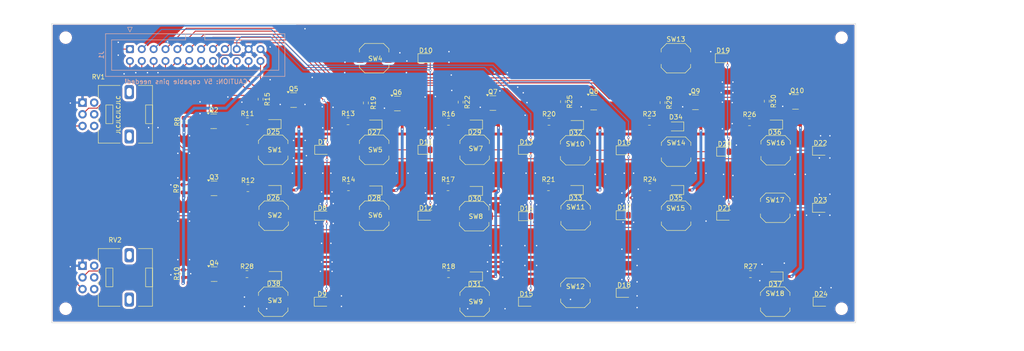
<source format=kicad_pcb>
(kicad_pcb
	(version 20240108)
	(generator "pcbnew")
	(generator_version "8.0")
	(general
		(thickness 1.6)
		(legacy_teardrops no)
	)
	(paper "A4")
	(layers
		(0 "F.Cu" signal)
		(31 "B.Cu" signal)
		(34 "B.Paste" user)
		(35 "F.Paste" user)
		(36 "B.SilkS" user "B.Silkscreen")
		(37 "F.SilkS" user "F.Silkscreen")
		(38 "B.Mask" user)
		(39 "F.Mask" user)
		(44 "Edge.Cuts" user)
		(45 "Margin" user)
		(46 "B.CrtYd" user "B.Courtyard")
		(47 "F.CrtYd" user "F.Courtyard")
		(48 "B.Fab" user)
		(49 "F.Fab" user)
	)
	(setup
		(stackup
			(layer "F.SilkS"
				(type "Top Silk Screen")
				(color "White")
			)
			(layer "F.Paste"
				(type "Top Solder Paste")
			)
			(layer "F.Mask"
				(type "Top Solder Mask")
				(color "Black")
				(thickness 0.01)
			)
			(layer "F.Cu"
				(type "copper")
				(thickness 0.035)
			)
			(layer "dielectric 1"
				(type "core")
				(thickness 1.51)
				(material "FR4")
				(epsilon_r 4.5)
				(loss_tangent 0.02)
			)
			(layer "B.Cu"
				(type "copper")
				(thickness 0.035)
			)
			(layer "B.Mask"
				(type "Bottom Solder Mask")
				(color "Black")
				(thickness 0.01)
			)
			(layer "B.Paste"
				(type "Bottom Solder Paste")
			)
			(layer "B.SilkS"
				(type "Bottom Silk Screen")
				(color "White")
			)
			(copper_finish "None")
			(dielectric_constraints yes)
		)
		(pad_to_mask_clearance 0)
		(allow_soldermask_bridges_in_footprints no)
		(aux_axis_origin 62.5 134)
		(grid_origin 62.5 134)
		(pcbplotparams
			(layerselection 0x00010fc_ffffffff)
			(plot_on_all_layers_selection 0x0000000_00000000)
			(disableapertmacros no)
			(usegerberextensions no)
			(usegerberattributes yes)
			(usegerberadvancedattributes yes)
			(creategerberjobfile yes)
			(dashed_line_dash_ratio 12.000000)
			(dashed_line_gap_ratio 3.000000)
			(svgprecision 4)
			(plotframeref no)
			(viasonmask no)
			(mode 1)
			(useauxorigin no)
			(hpglpennumber 1)
			(hpglpenspeed 20)
			(hpglpendiameter 15.000000)
			(pdf_front_fp_property_popups yes)
			(pdf_back_fp_property_popups yes)
			(dxfpolygonmode yes)
			(dxfimperialunits yes)
			(dxfusepcbnewfont yes)
			(psnegative no)
			(psa4output no)
			(plotreference yes)
			(plotvalue yes)
			(plotfptext yes)
			(plotinvisibletext no)
			(sketchpadsonfab no)
			(subtractmaskfromsilk no)
			(outputformat 1)
			(mirror no)
			(drillshape 0)
			(scaleselection 1)
			(outputdirectory "manufacturing/")
		)
	)
	(net 0 "")
	(net 1 "Net-(D7-K)")
	(net 2 "/Keys_Col1")
	(net 3 "Net-(D8-K)")
	(net 4 "Net-(D9-K)")
	(net 5 "Net-(D10-K)")
	(net 6 "/Keys_Col2")
	(net 7 "Net-(D11-K)")
	(net 8 "Net-(D12-K)")
	(net 9 "Net-(D13-K)")
	(net 10 "/Keys_Col3")
	(net 11 "Net-(D14-K)")
	(net 12 "Net-(D15-K)")
	(net 13 "Net-(D16-K)")
	(net 14 "/Keys_Col4")
	(net 15 "Net-(D17-K)")
	(net 16 "Net-(D18-K)")
	(net 17 "Net-(D19-K)")
	(net 18 "/Keys_Col5")
	(net 19 "Net-(D20-K)")
	(net 20 "Net-(D21-K)")
	(net 21 "Net-(D22-K)")
	(net 22 "/Keys_Col6")
	(net 23 "Net-(D23-K)")
	(net 24 "Net-(D24-K)")
	(net 25 "Net-(D25-K)")
	(net 26 "Net-(D25-A)")
	(net 27 "Net-(D26-A)")
	(net 28 "Net-(D27-K)")
	(net 29 "Net-(D27-A)")
	(net 30 "Net-(D28-A)")
	(net 31 "Net-(D29-A)")
	(net 32 "Net-(D29-K)")
	(net 33 "Net-(D30-A)")
	(net 34 "Net-(D31-A)")
	(net 35 "Net-(D32-A)")
	(net 36 "Net-(D32-K)")
	(net 37 "Net-(D33-A)")
	(net 38 "Net-(D34-K)")
	(net 39 "Net-(D34-A)")
	(net 40 "Net-(D35-A)")
	(net 41 "Net-(D36-K)")
	(net 42 "Net-(D36-A)")
	(net 43 "Net-(D37-A)")
	(net 44 "Net-(D38-A)")
	(net 45 "GND")
	(net 46 "+3V3")
	(net 47 "VBUS")
	(net 48 "/Lower")
	(net 49 "/Upper")
	(net 50 "Net-(Q2-D)")
	(net 51 "/LEDs_Row1")
	(net 52 "Net-(Q3-D)")
	(net 53 "/LEDs_Row2")
	(net 54 "Net-(Q4-D)")
	(net 55 "/LEDs_Row3")
	(net 56 "/LEDs_Col1")
	(net 57 "/LEDs_Col2")
	(net 58 "/LEDs_Col3")
	(net 59 "/LEDs_Col4")
	(net 60 "/LEDs_Col5")
	(net 61 "/LEDs_Col6")
	(net 62 "/Keys_Row2")
	(net 63 "/Keys_Row3")
	(net 64 "/Keys_Row1")
	(net 65 "/Keys_Row4")
	(footprint "NiasStuff:SW_Push_1TS009xxxx-xxxx-xxxx_6x6x5mm" (layer "F.Cu") (at 196.05 77.4))
	(footprint "NiasStuff:SW_Push_1TS009xxxx-xxxx-xxxx_6x6x5mm" (layer "F.Cu") (at 109.9 129.5))
	(footprint "LED_SMD:LED_0805_2012Metric" (layer "F.Cu") (at 174.55 105.6 180))
	(footprint "Resistor_SMD:R_0805_2012Metric" (layer "F.Cu") (at 212 123.6))
	(footprint "Diode_SMD:D_0805_2012Metric" (layer "F.Cu") (at 142.5625 77.4))
	(footprint "NiasStuff:SW_Push_1TS009xxxx-xxxx-xxxx_6x6x5mm" (layer "F.Cu") (at 109.9 97))
	(footprint "Diode_SMD:D_0805_2012Metric" (layer "F.Cu") (at 164.0625 129.5))
	(footprint "LED_SMD:LED_0805_2012Metric" (layer "F.Cu") (at 217.3 124.1 180))
	(footprint "Resistor_SMD:R_0603_1608Metric" (layer "F.Cu") (at 193.2 86.9 -90))
	(footprint "Resistor_SMD:R_0603_1608Metric" (layer "F.Cu") (at 215.5 86.6 -90))
	(footprint "Resistor_SMD:R_0805_2012Metric" (layer "F.Cu") (at 211.8 91.1))
	(footprint "Package_TO_SOT_SMD:SOT-23" (layer "F.Cu") (at 221.6375 86.75))
	(footprint "Diode_SMD:D_0805_2012Metric" (layer "F.Cu") (at 226.9625 97.2))
	(footprint "NiasStuff:Potentiometer_Alps_RK09L_Double_Vertical" (layer "F.Cu") (at 69.1 86.9))
	(footprint "Package_TO_SOT_SMD:SOT-23" (layer "F.Cu") (at 178.4625 86.9))
	(footprint "Resistor_SMD:R_0603_1608Metric" (layer "F.Cu") (at 107.2 86.175 -90))
	(footprint "Resistor_SMD:R_0805_2012Metric" (layer "F.Cu") (at 104.2875 123.6))
	(footprint "NiasStuff:Potentiometer_Alps_RK09L_Double_Vertical" (layer "F.Cu") (at 69.1 121.8))
	(footprint "Package_TO_SOT_SMD:SOT-23" (layer "F.Cu") (at 97.2625 123.6))
	(footprint "Diode_SMD:D_0805_2012Metric" (layer "F.Cu") (at 184.9625 97.1))
	(footprint "NiasStuff:SW_Push_1TS009xxxx-xxxx-xxxx_6x6x5mm" (layer "F.Cu") (at 174.5 97.1))
	(footprint "NiasStuff:SW_Push_1TS009xxxx-xxxx-xxxx_6x6x5mm" (layer "F.Cu") (at 174.6 111))
	(footprint "Diode_SMD:D_0805_2012Metric" (layer "F.Cu") (at 164.1 111.2))
	(footprint "LED_SMD:LED_0805_2012Metric" (layer "F.Cu") (at 131.5 105.7 180))
	(footprint "MountingHole:MountingHole_2.2mm_M2" (layer "F.Cu") (at 65.5 131))
	(footprint "LED_SMD:LED_0805_2012Metric" (layer "F.Cu") (at 153 105.8 180))
	(footprint "Resistor_SMD:R_0603_1608Metric" (layer "F.Cu") (at 150 86.8 -90))
	(footprint "NiasStuff:SW_Push_1TS009xxxx-xxxx-xxxx_6x6x5mm" (layer "F.Cu") (at 217.4 97.1))
	(footprint "NiasStuff:SW_Push_1TS009xxxx-xxxx-xxxx_6x6x5mm" (layer "F.Cu") (at 217.3 109.4))
	(footprint "Package_TO_SOT_SMD:SOT-23" (layer "F.Cu") (at 97.2375 105.25))
	(footprint "MountingHole:MountingHole_2.2mm_M2"
		(layer "F.Cu")
		(uuid "4bdf88c0-f7f1-462d-a2a9-807d4f7d63cd")
		(at 231.5 131)
		(descr "Mounting Hole 2.2mm, no annular, M2")
		(tags "mounting hole 2.2mm no annular m2")
		(property "Reference" "H4"
			(at 0 -3.2 0)
			(layer "F.SilkS")
			(hide yes)
			(uuid "11c48cb6-0a59-4d46-aefe-ba9aa4c3d1a1")
			(effects
				(font
					(size 1 1)
					(thickness 0.15)
				)
			)
		)
		(property "Value" "MountingHole"
			(at 0 3.2 0)
			(layer "F.Fab")
			(uuid "f70718c8-add4-4cd5-a792-f1a2c9a112ec")
			(effects
				(font
					(size 1 1)
					(thickness 0.15)
				)
			)
		)
		(property "Footprint" "MountingHole:MountingHole_2.2mm_M2"
			(at 0 0 0)
			(unlocked yes)
			(layer "F.Fab")
			(hide yes)
			(uuid "51dccd3e-b10b-4e42-9496-25c795c9ed50")
			(effects
				(font
					(size 1.27 1.27)
				)
			)
		)
		(property "Datasheet" ""
			(at 0 0 0)
			(unlocked yes)
			(layer "F.Fab")
			(hide yes)
			(uuid "de770642-6f31-45af-817b-cefe09708689")
			(effects
				(font
					(size 1.27 1.27)
				)
			)
		)
		(property "Description" ""
			(at 0 0 0)
			(unlocked yes)
			(layer "F.Fab")
			(hide yes)
			(uuid "63bd49d9-ab10-4c08-b8c6-17d1ab1376b4")
			(effects
				(font
					(size 1.27 1.27)
				)
			)
		)
		(property ki_fp_filters "MountingHole*")
		(path "/e8d34eca-0f40-40a7-9957-e807d34
... [829719 chars truncated]
</source>
